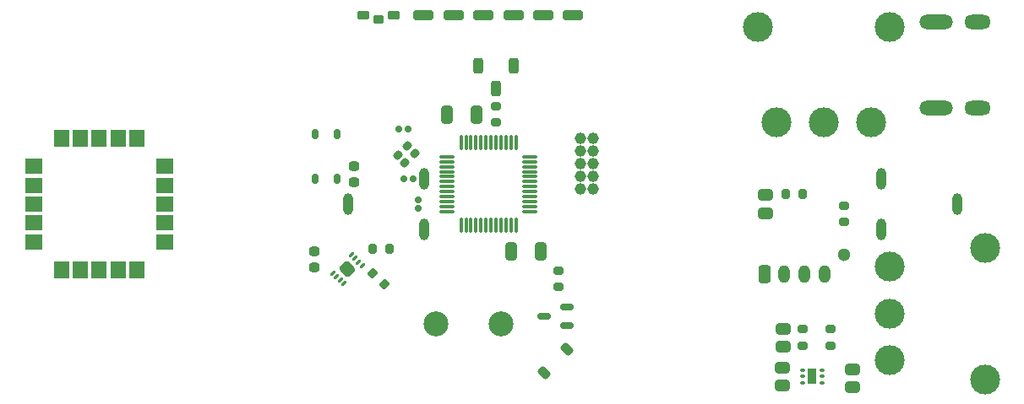
<source format=gbr>
%TF.GenerationSoftware,KiCad,Pcbnew,8.0.8*%
%TF.CreationDate,2025-01-25T09:27:46-05:00*%
%TF.ProjectId,GF24,47463234-2e6b-4696-9361-645f70636258,rev?*%
%TF.SameCoordinates,Original*%
%TF.FileFunction,Soldermask,Top*%
%TF.FilePolarity,Negative*%
%FSLAX46Y46*%
G04 Gerber Fmt 4.6, Leading zero omitted, Abs format (unit mm)*
G04 Created by KiCad (PCBNEW 8.0.8) date 2025-01-25 09:27:47*
%MOMM*%
%LPD*%
G01*
G04 APERTURE LIST*
G04 Aperture macros list*
%AMRoundRect*
0 Rectangle with rounded corners*
0 $1 Rounding radius*
0 $2 $3 $4 $5 $6 $7 $8 $9 X,Y pos of 4 corners*
0 Add a 4 corners polygon primitive as box body*
4,1,4,$2,$3,$4,$5,$6,$7,$8,$9,$2,$3,0*
0 Add four circle primitives for the rounded corners*
1,1,$1+$1,$2,$3*
1,1,$1+$1,$4,$5*
1,1,$1+$1,$6,$7*
1,1,$1+$1,$8,$9*
0 Add four rect primitives between the rounded corners*
20,1,$1+$1,$2,$3,$4,$5,0*
20,1,$1+$1,$4,$5,$6,$7,0*
20,1,$1+$1,$6,$7,$8,$9,0*
20,1,$1+$1,$8,$9,$2,$3,0*%
G04 Aperture macros list end*
%ADD10RoundRect,0.155000X0.155000X-0.155000X0.155000X0.155000X-0.155000X0.155000X-0.155000X-0.155000X0*%
%ADD11RoundRect,0.200000X-0.200000X-0.275000X0.200000X-0.275000X0.200000X0.275000X-0.200000X0.275000X0*%
%ADD12RoundRect,0.155000X-0.155000X-0.155000X0.155000X-0.155000X0.155000X0.155000X-0.155000X0.155000X0*%
%ADD13RoundRect,0.287500X-0.437500X0.287500X-0.437500X-0.287500X0.437500X-0.287500X0.437500X0.287500X0*%
%ADD14C,3.000000*%
%ADD15RoundRect,0.287500X0.437500X-0.287500X0.437500X0.287500X-0.437500X0.287500X-0.437500X-0.287500X0*%
%ADD16RoundRect,0.200000X0.275000X-0.200000X0.275000X0.200000X-0.275000X0.200000X-0.275000X-0.200000X0*%
%ADD17RoundRect,0.200000X-0.335876X-0.053033X-0.053033X-0.335876X0.335876X0.053033X0.053033X0.335876X0*%
%ADD18RoundRect,0.200000X0.200000X0.275000X-0.200000X0.275000X-0.200000X-0.275000X0.200000X-0.275000X0*%
%ADD19RoundRect,0.237500X-0.262500X0.237500X-0.262500X-0.237500X0.262500X-0.237500X0.262500X0.237500X0*%
%ADD20RoundRect,0.250000X-0.750000X-0.250000X0.750000X-0.250000X0.750000X0.250000X-0.750000X0.250000X0*%
%ADD21O,2.652400X1.452400*%
%ADD22O,3.352400X1.452400*%
%ADD23RoundRect,0.175000X0.175000X-0.325000X0.175000X0.325000X-0.175000X0.325000X-0.175000X-0.325000X0*%
%ADD24RoundRect,0.225000X-0.375000X-0.225000X0.375000X-0.225000X0.375000X0.225000X-0.375000X0.225000X0*%
%ADD25RoundRect,0.225000X-0.275000X-0.225000X0.275000X-0.225000X0.275000X0.225000X-0.275000X0.225000X0*%
%ADD26RoundRect,0.075000X-0.175000X-0.075000X0.175000X-0.075000X0.175000X0.075000X-0.175000X0.075000X0*%
%ADD27RoundRect,0.225000X-0.225000X-0.575000X0.225000X-0.575000X0.225000X0.575000X-0.225000X0.575000X0*%
%ADD28R,1.800000X1.500000*%
%ADD29R,1.500000X1.800000*%
%ADD30RoundRect,0.200000X-0.275000X0.200000X-0.275000X-0.200000X0.275000X-0.200000X0.275000X0.200000X0*%
%ADD31RoundRect,0.075000X-0.662500X-0.075000X0.662500X-0.075000X0.662500X0.075000X-0.662500X0.075000X0*%
%ADD32RoundRect,0.075000X-0.075000X-0.662500X0.075000X-0.662500X0.075000X0.662500X-0.075000X0.662500X0*%
%ADD33C,1.300000*%
%ADD34RoundRect,0.250000X-0.350000X-0.650000X0.350000X-0.650000X0.350000X0.650000X-0.350000X0.650000X0*%
%ADD35O,1.200000X1.800000*%
%ADD36RoundRect,0.155000X0.155000X0.155000X-0.155000X0.155000X-0.155000X-0.155000X0.155000X-0.155000X0*%
%ADD37RoundRect,0.150000X0.512500X0.150000X-0.512500X0.150000X-0.512500X-0.150000X0.512500X-0.150000X0*%
%ADD38RoundRect,0.250000X0.250000X0.550000X-0.250000X0.550000X-0.250000X-0.550000X0.250000X-0.550000X0*%
%ADD39RoundRect,0.227500X0.109602X-0.431335X0.431335X-0.109602X-0.109602X0.431335X-0.431335X0.109602X0*%
%ADD40C,1.168400*%
%ADD41RoundRect,0.187500X0.035355X0.300520X-0.300520X-0.035355X-0.035355X-0.300520X0.300520X0.035355X0*%
%ADD42RoundRect,0.287500X0.287500X0.612500X-0.287500X0.612500X-0.287500X-0.612500X0.287500X-0.612500X0*%
%ADD43C,2.500000*%
%ADD44RoundRect,0.075000X-0.106066X-0.212132X0.212132X0.106066X0.106066X0.212132X-0.212132X-0.106066X0*%
%ADD45RoundRect,0.300000X0.070711X-0.494975X0.494975X-0.070711X-0.070711X0.494975X-0.494975X0.070711X0*%
%ADD46RoundRect,0.287500X-0.287500X-0.612500X0.287500X-0.612500X0.287500X0.612500X-0.287500X0.612500X0*%
%ADD47O,1.000000X2.200000*%
G04 APERTURE END LIST*
D10*
%TO.C,C3*%
X127000000Y-95450000D03*
X127000000Y-94550000D03*
%TD*%
D11*
%TO.C,R11*%
X122425000Y-99500000D03*
X124075000Y-99500000D03*
%TD*%
D12*
%TO.C,C6*%
X125550000Y-92500000D03*
X126450000Y-92500000D03*
%TD*%
D13*
%TO.C,C8*%
X170500000Y-111600000D03*
X170500000Y-113400000D03*
%TD*%
D14*
%TO.C,SW4*%
X174235000Y-101300000D03*
X174235000Y-106000000D03*
X174235000Y-110700000D03*
X183765000Y-112605000D03*
X183765000Y-99395000D03*
%TD*%
D15*
%TO.C,C10*%
X161750000Y-95900000D03*
X161750000Y-94100000D03*
%TD*%
D16*
%TO.C,R2*%
X141000000Y-103325000D03*
X141000000Y-101675000D03*
%TD*%
D17*
%TO.C,R12*%
X122416637Y-101916637D03*
X123583363Y-103083363D03*
%TD*%
D15*
%TO.C,C15*%
X163500000Y-109300000D03*
X163500000Y-107500000D03*
%TD*%
D18*
%TO.C,R4*%
X165475000Y-94000000D03*
X163825000Y-94000000D03*
%TD*%
D19*
%TO.C,C4*%
X120500000Y-91200000D03*
X120500000Y-92800000D03*
%TD*%
D14*
%TO.C,SW5*%
X162905000Y-86765000D03*
X167605000Y-86765000D03*
X172305000Y-86765000D03*
X174210000Y-77235000D03*
X161000000Y-77235000D03*
%TD*%
D20*
%TO.C,D2*%
X127500000Y-76000000D03*
X130500000Y-76000000D03*
%TD*%
D21*
%TO.C,U6*%
X183000000Y-85320000D03*
X183000000Y-76680000D03*
D22*
X178850000Y-85320000D03*
X178850000Y-76680000D03*
%TD*%
D23*
%TO.C,SW1*%
X116675000Y-92500000D03*
X116675000Y-88000000D03*
X118825000Y-92500000D03*
X118825000Y-88000000D03*
%TD*%
D13*
%TO.C,C9*%
X163450000Y-111400000D03*
X163450000Y-113200000D03*
%TD*%
D24*
%TO.C,D5*%
X121500000Y-76000000D03*
D25*
X123000000Y-76450000D03*
D24*
X124500000Y-76000000D03*
%TD*%
D26*
%TO.C,U3*%
X165500000Y-111650000D03*
X165500001Y-112300000D03*
X165500000Y-112950000D03*
X167400000Y-112950000D03*
X167399999Y-112300000D03*
X167400000Y-111650000D03*
D27*
X166450000Y-112300000D03*
%TD*%
D28*
%TO.C,U2*%
X88400000Y-91200000D03*
X88400000Y-93100000D03*
X88400000Y-95000000D03*
X88400000Y-96900000D03*
X88400000Y-98800000D03*
D29*
X91200000Y-101600000D03*
X93100000Y-101600000D03*
X95000000Y-101600000D03*
X96900000Y-101600000D03*
X98800000Y-101600000D03*
D28*
X101600000Y-98800000D03*
X101600000Y-96900000D03*
X101600000Y-95000000D03*
X101600000Y-93100000D03*
X101600000Y-91200000D03*
D29*
X98800000Y-88400000D03*
X96900000Y-88400000D03*
X95000000Y-88400000D03*
X93100000Y-88400000D03*
X91200000Y-88400000D03*
%TD*%
D30*
%TO.C,R1*%
X134750000Y-85175000D03*
X134750000Y-86825000D03*
%TD*%
D20*
%TO.C,D4*%
X139500000Y-76000000D03*
X142500000Y-76000000D03*
%TD*%
D31*
%TO.C,U1*%
X129837500Y-90250000D03*
X129837500Y-90750000D03*
X129837500Y-91250000D03*
X129837500Y-91750000D03*
X129837500Y-92250000D03*
X129837500Y-92750000D03*
X129837500Y-93250000D03*
X129837500Y-93750000D03*
X129837500Y-94250000D03*
X129837500Y-94750000D03*
X129837500Y-95250000D03*
X129837500Y-95750000D03*
D32*
X131250000Y-97162500D03*
X131750000Y-97162500D03*
X132250000Y-97162500D03*
X132750000Y-97162500D03*
X133250000Y-97162500D03*
X133750000Y-97162500D03*
X134250000Y-97162500D03*
X134750000Y-97162500D03*
X135250000Y-97162500D03*
X135750000Y-97162500D03*
X136250000Y-97162500D03*
X136750000Y-97162500D03*
D31*
X138162500Y-95750000D03*
X138162500Y-95250000D03*
X138162500Y-94750000D03*
X138162500Y-94250000D03*
X138162500Y-93750000D03*
X138162500Y-93250000D03*
X138162500Y-92750000D03*
X138162500Y-92250000D03*
X138162500Y-91750000D03*
X138162500Y-91250000D03*
X138162500Y-90750000D03*
X138162500Y-90250000D03*
D32*
X136750000Y-88837500D03*
X136250000Y-88837500D03*
X135750000Y-88837500D03*
X135250000Y-88837500D03*
X134750000Y-88837500D03*
X134250000Y-88837500D03*
X133750000Y-88837500D03*
X133250000Y-88837500D03*
X132750000Y-88837500D03*
X132250000Y-88837500D03*
X131750000Y-88837500D03*
X131250000Y-88837500D03*
%TD*%
D33*
%TO.C,SW3*%
X169650000Y-100100000D03*
D34*
X161650000Y-102000000D03*
D35*
X163650000Y-102000000D03*
X165650000Y-102000000D03*
X167650000Y-102000000D03*
%TD*%
D36*
%TO.C,C5*%
X125950000Y-87500000D03*
X125050000Y-87500000D03*
%TD*%
D16*
%TO.C,R3*%
X169650000Y-96825000D03*
X169650000Y-95175000D03*
%TD*%
D37*
%TO.C,Q1*%
X141887500Y-107200000D03*
X141887500Y-105300000D03*
X139612500Y-106250000D03*
%TD*%
D30*
%TO.C,R14*%
X168250000Y-107575000D03*
X168250000Y-109225000D03*
%TD*%
D19*
%TO.C,C14*%
X116588478Y-99750431D03*
X116588478Y-101350431D03*
%TD*%
D38*
%TO.C,SW2*%
X136500000Y-81100000D03*
X134750000Y-83400000D03*
X133000000Y-81100000D03*
%TD*%
D30*
%TO.C,R13*%
X165500000Y-107575000D03*
X165500000Y-109225000D03*
%TD*%
D39*
%TO.C,D1*%
X139593880Y-111906120D03*
X141906120Y-109593880D03*
%TD*%
D40*
%TO.C,J1*%
X144500000Y-93500000D03*
X143230000Y-93500000D03*
X144500000Y-92230000D03*
X143230000Y-92230000D03*
X144500000Y-90960000D03*
X143230000Y-90960000D03*
X144500000Y-89690000D03*
X143230000Y-89690000D03*
X144500000Y-88420000D03*
X143230000Y-88420000D03*
%TD*%
D41*
%TO.C,Y1*%
X125856066Y-89151472D03*
X124901472Y-90106066D03*
X125643934Y-90848528D03*
X126598528Y-89893934D03*
%TD*%
D42*
%TO.C,C1*%
X139250000Y-99750000D03*
X136250000Y-99750000D03*
%TD*%
D43*
%TO.C,BZ1*%
X128750000Y-107000000D03*
X135250000Y-107000000D03*
%TD*%
D20*
%TO.C,D3*%
X133500000Y-76000000D03*
X136500000Y-76000000D03*
%TD*%
D44*
%TO.C,U5*%
X118439340Y-101939340D03*
X118792893Y-102292893D03*
X119146447Y-102646447D03*
X119500000Y-103000000D03*
X121338478Y-101161522D03*
X120984925Y-100807969D03*
X120631371Y-100454415D03*
X120277818Y-100100862D03*
D45*
X119888909Y-101550431D03*
%TD*%
D46*
%TO.C,C2*%
X129830000Y-86000000D03*
X132830000Y-86000000D03*
%TD*%
D47*
%TO.C,BAT1*%
X173400000Y-97550000D03*
X181000000Y-95000000D03*
X173400000Y-92450000D03*
%TD*%
%TO.C,BAT2*%
X127550000Y-92450000D03*
X119950000Y-95000000D03*
X127550000Y-97550000D03*
%TD*%
M02*

</source>
